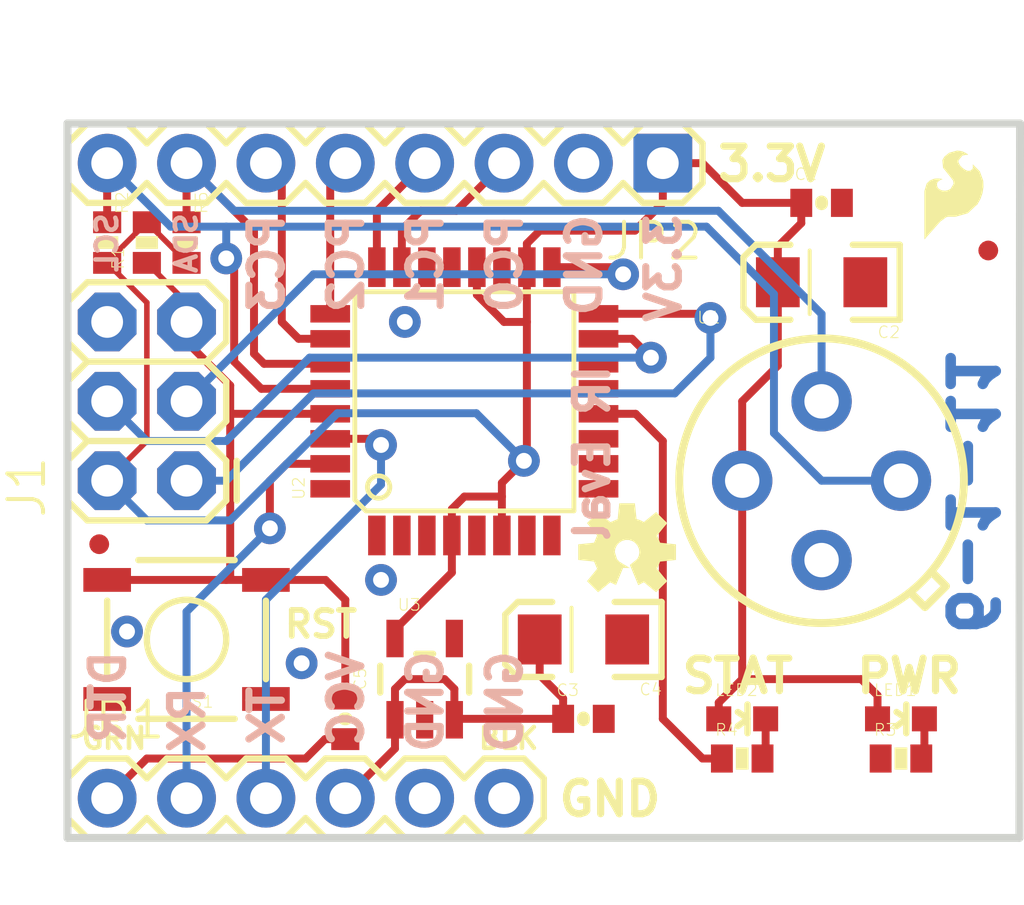
<source format=kicad_pcb>
(kicad_pcb (version 20211014) (generator pcbnew)
  (layers (0 "F.Cu" signal) (31 "B.Cu" signal) (34 "B.Paste" user) (35 "F.Paste" user) (36 "B.SilkS" user "B.Silkscreen") (37 "F.SilkS" user "F.Silkscreen") (38 "B.Mask" user) (39 "F.Mask" user) (44 "Edge.Cuts" user))
  (net 0 "")
  (net 1 "3.3V")
  (net 2 "SDA")
  (net 3 "SCL")
  (net 4 "N$2")
  (net 5 "N$3")
  (net 6 "GND")
  (net 7 "RX")
  (net 8 "TX")
  (net 9 "MISO")
  (net 10 "SCK")
  (net 11 "RST")
  (net 12 "MOSI")
  (net 13 "PC0")
  (net 14 "PC1")
  (net 15 "PC2")
  (net 16 "PC3")
  (net 17 "LED")
  (net 18 "VCC")
  (net 19 "DTR")
  (footprint "boardEagle:TQFP32-08" (layer "F.Cu") (at 145.9611 102.4636 90)
    (fp_text reference "U2" (at -3.175 -5.08 90) (layer "F.SilkS") (effects (font (size 0.373888 0.373888) (thickness 0.032512)) (justify left bottom)))
    (fp_text value "ATMEGA328")
    (fp_line (start -3.15 -3.505) (end 3.505 -3.505) (layer "F.SilkS") (width 0.1524))
    (fp_line (start -3.505 3.505) (end -3.505 -3.15) (layer "F.SilkS") (width 0.1524))
    (fp_line (start 3.505 3.505) (end -3.505 3.505) (layer "F.SilkS") (width 0.1524))
    (fp_line (start -3.15 -3.505) (end -3.505 -3.15) (layer "F.SilkS") (width 0.1524))
    (fp_line (start 3.505 -3.505) (end 3.505 3.505) (layer "F.SilkS") (width 0.1524))
    (fp_circle (center -2.7432 -2.7432) (end -2.384 -2.7432) (layer "F.SilkS") (width 0.1524) (fill none))
    (pad "1" smd rect (at -4.2926 -2.8 90) (size 1.27 0.5588) (layers "F.Cu" "F.Paste" "F.Mask"))
    (pad "2" smd rect (at -4.2926 -2 90) (size 1.27 0.5588) (layers "F.Cu" "F.Paste" "F.Mask"))
    (pad "3" smd rect (at -4.2926 -1.2 90) (size 1.27 0.5588) (layers "F.Cu" "F.Paste" "F.Mask") (net 6 "GND"))
    (pad "4" smd rect (at -4.2926 -0.4 90) (size 1.27 0.5588) (layers "F.Cu" "F.Paste" "F.Mask") (net 1 "3.3V"))
    (pad "5" smd rect (at -4.2926 0.4 90) (size 1.27 0.5588) (layers "F.Cu" "F.Paste" "F.Mask") (net 6 "GND"))
    (pad "6" smd rect (at -4.2926 1.2 90) (size 1.27 0.5588) (layers "F.Cu" "F.Paste" "F.Mask") (net 1 "3.3V"))
    (pad "7" smd rect (at -4.2926 2 90) (size 1.27 0.5588) (layers "F.Cu" "F.Paste" "F.Mask"))
    (pad "8" smd rect (at -4.2926 2.8 90) (size 1.27 0.5588) (layers "F.Cu" "F.Paste" "F.Mask"))
    (pad "9" smd rect (at -2.8 4.2926 90) (size 0.5588 1.27) (layers "F.Cu" "F.Paste" "F.Mask"))
    (pad "10" smd rect (at -2 4.2926 90) (size 0.5588 1.27) (layers "F.Cu" "F.Paste" "F.Mask"))
    (pad "11" smd rect (at -1.2 4.2926 90) (size 0.5588 1.27) (layers "F.Cu" "F.Paste" "F.Mask"))
    (pad "12" smd rect (at -0.4 4.2926 90) (size 0.5588 1.27) (layers "F.Cu" "F.Paste" "F.Mask") (net 17 "LED"))
    (pad "13" smd rect (at 0.4 4.2926 90) (size 0.5588 1.27) (layers "F.Cu" "F.Paste" "F.Mask"))
    (pad "14" smd rect (at 1.2 4.2926 90) (size 0.5588 1.27) (layers "F.Cu" "F.Paste" "F.Mask"))
    (pad "15" smd rect (at 2 4.2926 90) (size 0.5588 1.27) (layers "F.Cu" "F.Paste" "F.Mask") (net 12 "MOSI"))
    (pad "16" smd rect (at 2.8 4.2926 90) (size 0.5588 1.27) (layers "F.Cu" "F.Paste" "F.Mask") (net 9 "MISO"))
    (pad "17" smd rect (at 4.2926 2.8 90) (size 1.27 0.5588) (layers "F.Cu" "F.Paste" "F.Mask") (net 10 "SCK"))
    (pad "18" smd rect (at 4.2926 2 90) (size 1.27 0.5588) (layers "F.Cu" "F.Paste" "F.Mask") (net 1 "3.3V"))
    (pad "19" smd rect (at 4.2926 1.2 90) (size 1.27 0.5588) (layers "F.Cu" "F.Paste" "F.Mask"))
    (pad "20" smd rect (at 4.2926 0.4 90) (size 1.27 0.5588) (layers "F.Cu" "F.Paste" "F.Mask") (net 1 "3.3V"))
    (pad "21" smd rect (at 4.2926 -0.4 90) (size 1.27 0.5588) (layers "F.Cu" "F.Paste" "F.Mask") (net 6 "GND"))
    (pad "22" smd rect (at 4.2926 -1.2 90) (size 1.27 0.5588) (layers "F.Cu" "F.Paste" "F.Mask"))
    (pad "23" smd rect (at 4.2926 -2 90) (size 1.27 0.5588) (layers "F.Cu" "F.Paste" "F.Mask") (net 13 "PC0"))
    (pad "24" smd rect (at 4.2926 -2.8 90) (size 1.27 0.5588) (layers "F.Cu" "F.Paste" "F.Mask") (net 14 "PC1"))
    (pad "25" smd rect (at 2.8 -4.2926 90) (size 0.5588 1.27) (layers "F.Cu" "F.Paste" "F.Mask") (net 15 "PC2"))
    (pad "26" smd rect (at 2 -4.2926 90) (size 0.5588 1.27) (layers "F.Cu" "F.Paste" "F.Mask") (net 16 "PC3"))
    (pad "27" smd rect (at 1.2 -4.2926 90) (size 0.5588 1.27) (layers "F.Cu" "F.Paste" "F.Mask") (net 2 "SDA"))
    (pad "28" smd rect (at 0.4 -4.2926 90) (size 0.5588 1.27) (layers "F.Cu" "F.Paste" "F.Mask") (net 3 "SCL"))
    (pad "29" smd rect (at -0.4 -4.2926 90) (size 0.5588 1.27) (layers "F.Cu" "F.Paste" "F.Mask") (net 11 "RST"))
    (pad "30" smd rect (at -1.2 -4.2926 90) (size 0.5588 1.27) (layers "F.Cu" "F.Paste" "F.Mask") (net 8 "TX"))
    (pad "31" smd rect (at -2 -4.2926 90) (size 0.5588 1.27) (layers "F.Cu" "F.Paste" "F.Mask") (net 7 "RX"))
    (pad "32" smd rect (at -2.8 -4.2926 90) (size 0.5588 1.27) (layers "F.Cu" "F.Paste" "F.Mask"))
  )
  (footprint "boardEagle:TACTILE_SWITCH_SMD" (layer "F.Cu") (at 137.0711 110.0836 180)
    (fp_text reference "S1" (at -0.889 -1.778 180) (layer "F.SilkS") (effects (font (size 0.373888 0.373888) (thickness 0.032512)) (justify right top)))
    (fp_text value "Reset")
    (fp_line (start -2.54 1.24) (end -2.54 -1.27) (layer "F.SilkS") (width 0.2032))
    (fp_line (start -1.54 -2.54) (end 1.54 -2.54) (layer "F.SilkS") (width 0.2032))
    (fp_line (start 1.54 2.54) (end -1.54 2.54) (layer "F.SilkS") (width 0.2032))
    (fp_line (start 2.54 -1.24) (end 2.54 1.24) (layer "F.SilkS") (width 0.2032))
    (fp_circle (center 0 0) (end 1.27 0) (layer "F.SilkS") (width 0.2032) (fill none))
    (pad "1" smd rect (at -2.54 -1.905 270) (size 0.762 1.524) (layers "F.Cu" "F.Paste" "F.Mask") (net 6 "GND"))
    (pad "2" smd rect (at 2.54 -1.905 270) (size 0.762 1.524) (layers "F.Cu" "F.Paste" "F.Mask") (net 6 "GND"))
    (pad "3" smd rect (at -2.54 1.905 270) (size 0.762 1.524) (layers "F.Cu" "F.Paste" "F.Mask") (net 11 "RST"))
    (pad "4" smd rect (at 2.54 1.905 270) (size 0.762 1.524) (layers "F.Cu" "F.Paste" "F.Mask") (net 11 "RST"))
  )
  (footprint "boardEagle:FIDUCIAL-1X2.5" (layer "F.Cu") (at 134.2771 107.0356)
    (fp_text reference "JP3" hide)
    (fp_text value "FIDUCIAL1X2.5" hide)
    (pad "1" smd roundrect (at 0 0) (size 0.635 0.635) (layers "F.Cu" "F.Mask") (roundrect_rratio 0.5))
  )
  (footprint "boardEagle:0402-RES" (layer "F.Cu") (at 134.5311 97.3836 -90)
    (fp_text reference "R2" (at -0.889 -0.6985 -90) (layer "F.SilkS") (effects (font (size 0.373888 0.373888) (thickness 0.032512)) (justify left bottom)))
    (fp_text value "10k")
    (fp_poly (pts (xy -0.2032 0.3556) (xy 0.2032 0.3556) (xy 0.2032 -0.3556) (xy -0.2032 -0.3556)) (layer "F.SilkS") (width 0) (fill solid))
    (pad "1" smd rect (at -0.65 0 270) (size 0.7 0.9) (layers "F.Cu" "F.Paste" "F.Mask") (net 3 "SCL"))
    (pad "2" smd rect (at 0.65 0 270) (size 0.7 0.9) (layers "F.Cu" "F.Paste" "F.Mask") (net 1 "3.3V"))
  )
  (footprint "boardEagle:FIDUCIAL-1X2.5" (layer "F.Cu") (at 162.7251 97.6376)
    (fp_text reference "JP5" hide)
    (fp_text value "FIDUCIAL1X2.5" hide)
    (pad "1" smd roundrect (at 0 0) (size 0.635 0.635) (layers "F.Cu" "F.Mask") (roundrect_rratio 0.5))
  )
  (footprint "boardEagle:LED-0603" (layer "F.Cu") (at 159.9311 112.6236 -90)
    (fp_text reference "LED1" (at -0.6985 0.889) (layer "F.SilkS") (effects (font (size 0.373888 0.373888) (thickness 0.032512)) (justify left bottom)))
    (fp_text value "red")
    (fp_line (start -0.0254 -0.1546) (end -0.2184 0.14) (layer "F.SilkS") (width 0.2032))
    (fp_line (start 0.46 -0.17) (end 0 -0.17) (layer "F.SilkS") (width 0.2032))
    (fp_line (start 0 -0.17) (end 0.2338 0.14) (layer "F.SilkS") (width 0.2032))
    (fp_line (start -0.46 -0.17) (end 0 -0.17) (layer "F.SilkS") (width 0.2032))
    (pad "A" smd rect (at 0 0.75 270) (size 0.8 0.8) (layers "F.Cu" "F.Paste" "F.Mask") (net 1 "3.3V"))
    (pad "C" smd rect (at 0 -0.75 270) (size 0.8 0.8) (layers "F.Cu" "F.Paste" "F.Mask") (net 4 "N$2"))
  )
  (footprint "boardEagle:1X06" (layer "F.Cu") (at 134.5311 115.1636)
    (fp_text reference "JP1" (at -1.3462 -1.8288) (layer "F.SilkS") (effects (font (size 1.143 1.143) (thickness 0.127)) (justify left bottom)))
    (fp_text value "FTDI")
    (fp_line (start 5.715 1.27) (end 4.445 1.27) (layer "F.SilkS") (width 0.2032))
    (fp_line (start 8.255 -1.27) (end 8.89 -0.635) (layer "F.SilkS") (width 0.2032))
    (fp_line (start 12.065 1.27) (end 11.43 0.635) (layer "F.SilkS") (width 0.2032))
    (fp_line (start 13.97 -0.635) (end 13.97 0.635) (layer "F.SilkS") (width 0.2032))
    (fp_line (start 3.81 -0.635) (end 4.445 -1.27) (layer "F.SilkS") (width 0.2032))
    (fp_line (start 13.335 1.27) (end 12.065 1.27) (layer "F.SilkS") (width 0.2032))
    (fp_line (start -1.27 -0.635) (end -1.27 0.635) (layer "F.SilkS") (width 0.2032))
    (fp_line (start 1.905 -1.27) (end 3.175 -1.27) (layer "F.SilkS") (width 0.2032))
    (fp_line (start 13.335 -1.27) (end 13.97 -0.635) (layer "F.SilkS") (width 0.2032))
    (fp_line (start 9.525 -1.27) (end 10.795 -1.27) (layer "F.SilkS") (width 0.2032))
    (fp_line (start 1.905 1.27) (end 1.27 0.635) (layer "F.SilkS") (width 0.2032))
    (fp_line (start 0.635 -1.27) (end 1.27 -0.635) (layer "F.SilkS") (width 0.2032))
    (fp_line (start 12.065 -1.27) (end 13.335 -1.27) (layer "F.SilkS") (width 0.2032))
    (fp_line (start 11.43 0.635) (end 10.795 1.27) (layer "F.SilkS") (width 0.2032))
    (fp_line (start 4.445 -1.27) (end 5.715 -1.27) (layer "F.SilkS") (width 0.2032))
    (fp_line (start 6.985 -1.27) (end 8.255 -1.27) (layer "F.SilkS") (width 0.2032))
    (fp_line (start 10.795 1.27) (end 9.525 1.27) (layer "F.SilkS") (width 0.2032))
    (fp_line (start 8.89 -0.635) (end 9.525 -1.27) (layer "F.SilkS") (width 0.2032))
    (fp_line (start 8.89 0.635) (end 8.255 1.27) (layer "F.SilkS") (width 0.2032))
    (fp_line (start 6.35 0.635) (end 6.985 1.27) (layer "F.SilkS") (width 0.2032))
    (fp_line (start 0.635 1.27) (end -0.635 1.27) (layer "F.SilkS") (width 0.2032))
    (fp_line (start 4.445 1.27) (end 3.81 0.635) (layer "F.SilkS") (width 0.2032))
    (fp_line (start 9.525 1.27) (end 8.89 0.635) (layer "F.SilkS") (width 0.2032))
    (fp_line (start 11.43 -0.635) (end 12.065 -1.27) (layer "F.SilkS") (width 0.2032))
    (fp_line (start 13.97 0.635) (end 13.335 1.27) (layer "F.SilkS") (width 0.2032))
    (fp_line (start 5.715 -1.27) (end 6.35 -0.635) (layer "F.SilkS") (width 0.2032))
    (fp_line (start 3.81 0.635) (end 3.175 1.27) (layer "F.SilkS") (width 0.2032))
    (fp_line (start 6.35 0.635) (end 5.715 1.27) (layer "F.SilkS") (width 0.2032))
    (fp_line (start 3.175 -1.27) (end 3.81 -0.635) (layer "F.SilkS") (width 0.2032))
    (fp_line (start 1.27 -0.635) (end 1.905 -1.27) (layer "F.SilkS") (width 0.2032))
    (fp_line (start 1.27 0.635) (end 0.635 1.27) (layer "F.SilkS") (width 0.2032))
    (fp_line (start 6.985 -1.27) (end 6.35 -0.635) (layer "F.SilkS") (width 0.2032))
    (fp_line (start 8.255 1.27) (end 6.985 1.27) (layer "F.SilkS") (width 0.2032))
    (fp_line (start -0.635 -1.27) (end 0.635 -1.27) (layer "F.SilkS") (width 0.2032))
    (fp_line (start 10.795 -1.27) (end 11.43 -0.635) (layer "F.SilkS") (width 0.2032))
    (fp_line (start 3.175 1.27) (end 1.905 1.27) (layer "F.SilkS") (width 0.2032))
    (fp_line (start -0.635 -1.27) (end -1.27 -0.635) (layer "F.SilkS") (width 0.2032))
    (fp_line (start -1.27 0.635) (end -0.635 1.27) (layer "F.SilkS") (width 0.2032))
    (pad "1" thru_hole circle (at 0 0 90) (size 1.8796 1.8796) (drill 1.016) (layers *.Cu *.Mask) (net 19 "DTR"))
    (pad "2" thru_hole circle (at 2.54 0 90) (size 1.8796 1.8796) (drill 1.016) (layers *.Cu *.Mask) (net 7 "RX"))
    (pad "3" thru_hole circle (at 5.08 0 90) (size 1.8796 1.8796) (drill 1.016) (layers *.Cu *.Mask) (net 8 "TX"))
    (pad "4" thru_hole circle (at 7.62 0 90) (size 1.8796 1.8796) (drill 1.016) (layers *.Cu *.Mask) (net 18 "VCC"))
    (pad "5" thru_hole circle (at 10.16 0 90) (size 1.8796 1.8796) (drill 1.016) (layers *.Cu *.Mask) (net 6 "GND"))
    (pad "6" thru_hole circle (at 12.7 0 90) (size 1.8796 1.8796) (drill 1.016) (layers *.Cu *.Mask) (net 6 "GND"))
  )
  (footprint "boardEagle:0402-RES" (layer "F.Cu") (at 154.8511 113.8936)
    (fp_text reference "R4" (at -0.889 -0.6985) (layer "F.SilkS") (effects (font (size 0.373888 0.373888) (thickness 0.032512)) (justify left bottom)))
    (fp_text value "330")
    (fp_poly (pts (xy -0.2032 0.3556) (xy 0.2032 0.3556) (xy 0.2032 -0.3556) (xy -0.2032 -0.3556)) (layer "F.SilkS") (width 0) (fill solid))
    (pad "1" smd rect (at -0.65 0) (size 0.7 0.9) (layers "F.Cu" "F.Paste" "F.Mask") (net 17 "LED"))
    (pad "2" smd rect (at 0.65 0) (size 0.7 0.9) (layers "F.Cu" "F.Paste" "F.Mask") (net 5 "N$3"))
  )
  (footprint "boardEagle:EIA3216" (layer "F.Cu") (at 149.7711 110.0836 180)
    (fp_text reference "C4" (at -2.54 -1.381 180) (layer "F.SilkS") (effects (font (size 0.373888 0.373888) (thickness 0.032512)) (justify right top)))
    (fp_text value "10uF")
    (fp_line (start 2.5 -0.8) (end 2.1 -1.2) (layer "F.SilkS") (width 0.2032))
    (fp_line (start 0.381 -1.016) (end 0.381 1.016) (layer "F.SilkS") (width 0.127))
    (fp_line (start -2.5 1.2) (end -2.5 -1.2) (layer "F.SilkS") (width 0.2032))
    (fp_line (start 2.5 0.8) (end 2.5 -0.8) (layer "F.SilkS") (width 0.2032))
    (fp_line (start 2.1 1.2) (end 2.5 0.8) (layer "F.SilkS") (width 0.2032))
    (fp_line (start 1 1.2) (end 2.1 1.2) (layer "F.SilkS") (width 0.2032))
    (fp_line (start -2.5 -1.2) (end -1 -1.2) (layer "F.SilkS") (width 0.2032))
    (fp_line (start 2.1 -1.2) (end 1 -1.2) (layer "F.SilkS") (width 0.2032))
    (fp_line (start -1 1.2) (end -2.5 1.2) (layer "F.SilkS") (width 0.2032))
    (pad "A" smd rect (at 1.4 0 270) (size 1.6 1.4) (layers "F.Cu" "F.Paste" "F.Mask") (net 18 "VCC"))
    (pad "C" smd rect (at -1.4 0 270) (size 1.6 1.4) (layers "F.Cu" "F.Paste" "F.Mask") (net 6 "GND"))
  )
  (footprint "boardEagle:EIA3216" (layer "F.Cu") (at 157.3911 98.6536 180)
    (fp_text reference "C2" (at -2.54 -1.381 180) (layer "F.SilkS") (effects (font (size 0.373888 0.373888) (thickness 0.032512)) (justify right top)))
    (fp_text value "10uF")
    (fp_line (start 1 1.2) (end 2.1 1.2) (layer "F.SilkS") (width 0.2032))
    (fp_line (start -2.5 -1.2) (end -1 -1.2) (layer "F.SilkS") (width 0.2032))
    (fp_line (start 2.5 0.8) (end 2.5 -0.8) (layer "F.SilkS") (width 0.2032))
    (fp_line (start 2.5 -0.8) (end 2.1 -1.2) (layer "F.SilkS") (width 0.2032))
    (fp_line (start 2.1 -1.2) (end 1 -1.2) (layer "F.SilkS") (width 0.2032))
    (fp_line (start 0.381 -1.016) (end 0.381 1.016) (layer "F.SilkS") (width 0.127))
    (fp_line (start 2.1 1.2) (end 2.5 0.8) (layer "F.SilkS") (width 0.2032))
    (fp_line (start -1 1.2) (end -2.5 1.2) (layer "F.SilkS") (width 0.2032))
    (fp_line (start -2.5 1.2) (end -2.5 -1.2) (layer "F.SilkS") (width 0.2032))
    (pad "A" smd rect (at 1.4 0 270) (size 1.6 1.4) (layers "F.Cu" "F.Paste" "F.Mask") (net 1 "3.3V"))
    (pad "C" smd rect (at -1.4 0 270) (size 1.6 1.4) (layers "F.Cu" "F.Paste" "F.Mask") (net 6 "GND"))
  )
  (footprint "boardEagle:LED-0603" (layer "F.Cu") (at 154.8511 112.6236 -90)
    (fp_text reference "LED2" (at -0.6985 0.889) (layer "F.SilkS") (effects (font (size 0.373888 0.373888) (thickness 0.032512)) (justify left bottom)))
    (fp_text value "green")
    (fp_line (start -0.0254 -0.1546) (end -0.2184 0.14) (layer "F.SilkS") (width 0.2032))
    (fp_line (start 0 -0.17) (end 0.2338 0.14) (layer "F.SilkS") (width 0.2032))
    (fp_line (start 0.46 -0.17) (end 0 -0.17) (layer "F.SilkS") (width 0.2032))
    (fp_line (start -0.46 -0.17) (end 0 -0.17) (layer "F.SilkS") (width 0.2032))
    (pad "A" smd rect (at 0 0.75 270) (size 0.8 0.8) (layers "F.Cu" "F.Paste" "F.Mask") (net 1 "3.3V"))
    (pad "C" smd rect (at 0 -0.75 270) (size 0.8 0.8) (layers "F.Cu" "F.Paste" "F.Mask") (net 5 "N$3"))
  )
  (footprint "boardEagle:0402-CAP" (layer "F.Cu") (at 149.7711 112.6236)
    (fp_text reference "C3" (at -0.889 -0.6985) (layer "F.SilkS") (effects (font (size 0.373888 0.373888) (thickness 0.032512)) (justify left bottom)))
    (fp_text value "0.1uF")
    (fp_line (start 0 -0.0305) (end 0 0.0305) (layer "F.SilkS") (width 0.4064))
    (pad "1" smd rect (at -0.65 0) (size 0.7 0.9) (layers "F.Cu" "F.Paste" "F.Mask") (net 18 "VCC"))
    (pad "2" smd rect (at 0.65 0) (size 0.7 0.9) (layers "F.Cu" "F.Paste" "F.Mask") (net 6 "GND"))
  )
  (footprint "boardEagle:SFE-LOGO-FLAME" (layer "F.Cu") (at 160.6931 97.2566)
    (fp_text reference "JP4" hide)
    (fp_text value "LOGO-SFESK" hide)
    (fp_poly (pts (xy 1.126002 -2.808203) (xy 1.215449 -2.785829) (xy 1.228477 -2.780783) (xy 1.240149 -2.774875) (xy 1.25686 -2.766576) (xy 1.275552 -2.759834) (xy 1.371694 -2.7026) (xy 1.3793 -2.7026) (xy 1.3793 -2.6772) (xy 1.306833 -2.6772) (xy 1.208418 -2.657914) (xy 1.074855 -2.495286) (xy 1.079365 -2.436825) (xy 1.12809 -2.341869) (xy 1.204666 -2.265196) (xy 1.294069 -2.200638) (xy 1.369348 -2.168824) (xy 1.450737 -2.171632) (xy 1.458864 -2.174186) (xy 1.466257 -2.177389) (xy 1.530514 -2.236956) (xy 1.5368 -2.259812) (xy 1.5368 -2.377938) (xy 1.763707 -2.148127) (xy 1.868186 -1.856841) (xy 1.871603 -1.856894) (xy 1.87806 -1.650435) (xy 1.848857 -1.45742) (xy 1.785308 -1.272842) (xy 1.6663 -1.061578) (xy 1.6663 -1.080581) (xy 1.378131 -0.80901) (xy 0.982239 -0.6985) (xy 0.753005 -0.6985) (xy 0.716201 -0.692046) (xy 0.681776 -0.679592) (xy 0.496322 -0.541784) (xy -0.0126 0.03091) (xy -0.0126 -1.52077) (xy 0.060004 -1.761967) (xy 0.168295 -1.865489) (xy 0.307122 -1.917522) (xy 0.4039 -1.925089) (xy 0.499384 -1.917623) (xy 0.55991 -1.908099) (xy 0.557788 -1.884433) (xy 0.522216 -1.885242) (xy 0.501784 -1.876141) (xy 0.420519 -1.817154) (xy 0.400722 -1.79067) (xy 0.390395 -1.7285) (xy 0.400905 -1.665229) (xy 0.421405 -1.625174) (xy 0.452343 -1.592685) (xy 0.546535 -1.54355) (xy 0.652229 -1.531742) (xy 0.742768 -1.550084) (xy 0.82422 -1.589656) (xy 0.92203 -1.754659) (xy 0.907706 -1.848844) (xy 0.850914 -1.930401) (xy 0.584707 -2.263237) (xy 0.561667 -2.510855) (xy 0.627495 -2.621556) (xy 0.629042 -2.623103) (xy 0.778901 -2.74712) (xy 1.032676 -2.817064)) (layer "F.SilkS") (width 0) (fill solid))
  )
  (footprint "boardEagle:1X08" (layer "F.Cu") (at 152.3111 94.8436 180)
    (fp_text reference "JP2" (at -1.3462 -1.8288 180) (layer "F.SilkS") (effects (font (size 1.143 1.143) (thickness 0.127)) (justify right top)))
    (fp_text value "PORTC")
    (fp_line (start 4.445 1.27) (end 3.81 0.635) (layer "F.SilkS") (width 0.2032))
    (fp_line (start 6.35 0.635) (end 5.715 1.27) (layer "F.SilkS") (width 0.2032))
    (fp_line (start -1.27 -0.635) (end -1.27 0.635) (layer "F.SilkS") (width 0.2032))
    (fp_line (start 1.905 -1.27) (end 3.175 -1.27) (layer "F.SilkS") (width 0.2032))
    (fp_line (start 12.065 -1.27) (end 13.335 -1.27) (layer "F.SilkS") (width 0.2032))
    (fp_line (start 15.875 -1.27) (end 16.51 -0.635) (layer "F.SilkS") (width 0.2032))
    (fp_line (start 9.525 1.27) (end 8.89 0.635) (layer "F.SilkS") (width 0.2032))
    (fp_line (start 18.415 1.27) (end 17.145 1.27) (layer "F.SilkS") (width 0.2032))
    (fp_line (start 4.445 -1.27) (end 5.715 -1.27) (layer "F.SilkS") (width 0.2032))
    (fp_line (start 15.875 1.27) (end 14.605 1.27) (layer "F.SilkS") (width 0.2032))
    (fp_line (start 10.795 1.27) (end 9.525 1.27) (layer "F.SilkS") (width 0.2032))
    (fp_line (start 13.335 -1.27) (end 13.97 -0.635) (layer "F.SilkS") (width 0.2032))
    (fp_line (start 3.81 -0.635) (end 4.445 -1.27) (layer "F.SilkS") (width 0.2032))
    (fp_line (start 11.43 -0.635) (end 12.065 -1.27) (layer "F.SilkS") (width 0.2032))
    (fp_line (start 16.51 0.635) (end 17.145 1.27) (layer "F.SilkS") (width 0.2032))
    (fp_line (start 8.89 0.635) (end 8.255 1.27) (layer "F.SilkS") (width 0.2032))
    (fp_line (start 8.89 -0.635) (end 9.525 -1.27) (layer "F.SilkS") (width 0.2032))
    (fp_line (start 1.27 -0.635) (end 1.905 -1.27) (layer "F.SilkS") (width 0.2032))
    (fp_line (start 11.43 0.635) (end 10.795 1.27) (layer "F.SilkS") (width 0.2032))
    (fp_line (start 13.335 1.27) (end 12.065 1.27) (layer "F.SilkS") (width 0.2032))
    (fp_line (start 5.715 1.27) (end 4.445 1.27) (layer "F.SilkS") (width 0.2032))
    (fp_line (start 3.175 1.27) (end 1.905 1.27) (layer "F.SilkS") (width 0.2032))
    (fp_line (start 6.985 -1.27) (end 6.35 -0.635) (layer "F.SilkS") (width 0.2032))
    (fp_line (start 13.97 0.635) (end 14.605 1.27) (layer "F.SilkS") (width 0.2032))
    (fp_line (start 8.255 -1.27) (end 8.89 -0.635) (layer "F.SilkS") (width 0.2032))
    (fp_line (start 14.605 -1.27) (end 13.97 -0.635) (layer "F.SilkS") (width 0.2032))
    (fp_line (start 12.065 1.27) (end 11.43 0.635) (layer "F.SilkS") (width 0.2032))
    (fp_line (start 19.05 0.635) (end 18.415 1.27) (layer "F.SilkS") (width 0.2032))
    (fp_line (start 19.05 -0.635) (end 19.05 0.635) (layer "F.SilkS") (width 0.2032))
    (fp_line (start 9.525 -1.27) (end 10.795 -1.27) (layer "F.SilkS") (width 0.2032))
    (fp_line (start 8.255 1.27) (end 6.985 1.27) (layer "F.SilkS") (width 0.2032))
    (fp_line (start 17.145 -1.27) (end 16.51 -0.635) (layer "F.SilkS") (width 0.2032))
    (fp_line (start -1.27 0.635) (end -0.635 1.27) (layer "F.SilkS") (width 0.2032))
    (fp_line (start 18.415 -1.27) (end 19.05 -0.635) (layer "F.SilkS") (width 0.2032))
    (fp_line (start -0.635 -1.27) (end 0.635 -1.27) (layer "F.SilkS") (width 0.2032))
    (fp_line (start -0.635 -1.27) (end -1.27 -0.635) (layer "F.SilkS") (width 0.2032))
    (fp_line (start 14.605 -1.27) (end 15.875 -1.27) (layer "F.SilkS") (width 0.2032))
    (fp_line (start 1.27 0.635) (end 0.635 1.27) (layer "F.SilkS") (width 0.2032))
    (fp_line (start 0.635 1.27) (end -0.635 1.27) (layer "F.SilkS") (width 0.2032))
    (fp_line (start 6.985 -1.27) (end 8.255 -1.27) (layer "F.SilkS") (width 0.2032))
    (fp_line (start 1.905 1.27) (end 1.27 0.635) (layer "F.SilkS") (width 0.2032))
    (fp_line (start 17.145 -1.27) (end 18.415 -1.27) (layer "F.SilkS") (width 0.2032))
    (fp_line (start 16.51 0.635) (end 15.875 1.27) (layer "F.SilkS") (width 0.2032))
    (fp_line (start 5.715 -1.27) (end 6.35 -0.635) (layer "F.SilkS") (width 0.2032))
    (fp_line (start 0.635 -1.27) (end 1.27 -0.635) (layer "F.SilkS") (width 0.2032))
    (fp_line (start 10.795 -1.27) (end 11.43 -0.635) (layer "F.SilkS") (width 0.2032))
    (fp_line (start 6.35 0.635) (end 6.985 1.27) (layer "F.SilkS") (width 0.2032))
    (fp_line (start 3.175 -1.27) (end 3.81 -0.635) (layer "F.SilkS") (width 0.2032))
    (fp_line (start 3.81 0.635) (end 3.175 1.27) (layer "F.SilkS") (width 0.2032))
    (fp_line (start 13.97 0.635) (end 13.335 1.27) (layer "F.SilkS") (width 0.2032))
    (pad "1" thru_hole rect (at 0 0 270) (size 1.8796 1.8796) (drill 1.016) (layers *.Cu *.Mask) (net 1 "3.3V"))
    (pad "2" thru_hole circle (at 2.54 0 270) (size 1.8796 1.8796) (drill 1.016) (layers *.Cu *.Mask) (net 6 "GND"))
    (pad "3" thru_hole circle (at 5.08 0 270) (size 1.8796 1.8796) (drill 1.016) (layers *.Cu *.Mask) (net 13 "PC0"))
    (pad "4" thru_hole circle (at 7.62 0 270) (size 1.8796 1.8796) (drill 1.016) (layers *.Cu *.Mask) (net 14 "PC1"))
    (pad "5" thru_hole circle (at 10.16 0 270) (size 1.8796 1.8796) (drill 1.016) (layers *.Cu *.Mask) (net 15 "PC2"))
    (pad "6" thru_hole circle (at 12.7 0 270) (size 1.8796 1.8796) (drill 1.016) (layers *.Cu *.Mask) (net 16 "PC3"))
    (pad "7" thru_hole circle (at 15.24 0 270) (size 1.8796 1.8796) (drill 1.016) (layers *.Cu *.Mask) (net 2 "SDA"))
    (pad "8" thru_hole circle (at 17.78 0 270) (size 1.8796 1.8796) (drill 1.016) (layers *.Cu *.Mask) (net 3 "SCL"))
  )
  (footprint "boardEagle:0402-RES" (layer "F.Cu") (at 159.9311 113.8936)
    (fp_text reference "R3" (at -0.889 -0.6985) (layer "F.SilkS") (effects (font (size 0.373888 0.373888) (thickness 0.032512)) (justify left bottom)))
    (fp_text value "330")
    (fp_poly (pts (xy -0.2032 0.3556) (xy 0.2032 0.3556) (xy 0.2032 -0.3556) (xy -0.2032 -0.3556)) (layer "F.SilkS") (width 0) (fill solid))
    (pad "1" smd rect (at -0.65 0) (size 0.7 0.9) (layers "F.Cu" "F.Paste" "F.Mask") (net 6 "GND"))
    (pad "2" smd rect (at 0.65 0) (size 0.7 0.9) (layers "F.Cu" "F.Paste" "F.Mask") (net 4 "N$2"))
  )
  (footprint "boardEagle:OSHW-LOGO-S" (layer "F.Cu") (at 151.1681 107.2896)
    (fp_text reference "U$1" hide)
    (fp_text value "OSHW-LOGOS" hide)
    (fp_poly (pts (xy 0.301647 -1.061351) (xy 0.42347 -1.022344) (xy 0.537177 -0.963769) (xy 0.92862 -1.282946) (xy 1.282946 -0.92862) (xy 0.961035 -0.533823) (xy 1.057046 -0.302084) (xy 1.5638 -0.250561) (xy 1.5638 0.250561) (xy 1.057046 0.302084) (xy 0.961035 0.533823) (xy 1.282946 0.92862) (xy 0.92862 1.282946) (xy 0.537177 0.96377) (xy 0.356601 1.056794) (xy 0.088679 0.410073) (xy 0.326262 0.2176) (xy 0.373649 0.121468) (xy 0.392729 0.010339) (xy 0.379464 -0.101634) (xy 0.334947 -0.205229) (xy 0.262842 -0.291918) (xy 0.169087 -0.354561) (xy 0.061406 -0.387999) (xy -0.051342 -0.38948) (xy -0.159868 -0.358881) (xy -0.255234 -0.298724) (xy -0.329589 -0.213962) (xy -0.376813 -0.111569) (xy -0.392176 -0.005767) (xy -0.322923 0.222565) (xy -0.249312 0.303773) (xy 0.091677 0.5081) (xy -0.12929 0.5081) (xy -0.355332 1.053732) (xy -0.506597 0.983577) (xy -0.538922 0.965192) (xy -0.92862 1.282946) (xy -1.282946 0.92862) (xy -0.961035 0.533823) (xy -1.057046 0.302084) (xy -1.5638 0.250561) (xy -1.5638 -0.250561) (xy -1.057046 -0.302084) (xy -0.961035 -0.533823) (xy -1.282946 -0.92862) (xy -0.92862 -1.282946) (xy -0.533823 -0.961035) (xy -0.302084 -1.057046) (xy -0.250561 -1.5638) (xy 0.250561 -1.5638)) (layer "F.SilkS") (width 0) (fill solid))
  )
  (footprint "boardEagle:2X3" (layer "F.Cu") (at 137.0711 105.0036 90)
    (fp_text reference "J1" (at -1.27 -4.445 90) (layer "F.SilkS") (effects (font (size 1.143 1.143) (thickness 0.127)) (justify left bottom)))
    (fp_text value "AVR_SPI_PRG_6PTH")
    (fp_line (start 1.27 -3.175) (end 1.905 -3.81) (layer "F.SilkS") (width 0.2032))
    (fp_line (start 1.27 -3.175) (end 1.27 0.635) (layer "F.SilkS") (width 0.2032))
    (fp_line (start 3.175 -3.81) (end 3.81 -3.175) (layer "F.SilkS") (width 0.2032))
    (fp_line (start 0.635 1.605) (end -0.635 1.605) (layer "F.SilkS") (width 0.2032))
    (fp_line (start 3.81 -3.175) (end 3.81 0.635) (layer "F.SilkS") (width 0.2032))
    (fp_line (start 6.35 -3.175) (end 6.35 0.635) (layer "F.SilkS") (width 0.2032))
    (fp_line (start -1.27 -3.175) (end -0.635 -3.81) (layer "F.SilkS") (width 0.2032))
    (fp_line (start 5.715 -3.81) (end 6.35 -3.175) (layer "F.SilkS") (width 0.2032))
    (fp_line (start 3.81 0.635) (end 4.445 1.27) (layer "F.SilkS") (width 0.2032))
    (fp_line (start -1.27 0.635) (end -0.635 1.27) (layer "F.SilkS") (width 0.2032))
    (fp_line (start 1.905 -3.81) (end 3.175 -3.81) (layer "F.SilkS") (width 0.2032))
    (fp_line (start -0.635 -3.81) (end 0.635 -3.81) (layer "F.SilkS") (width 0.2032))
    (fp_line (start -0.635 1.27) (end 0.635 1.27) (layer "F.SilkS") (width 0.2032))
    (fp_line (start 1.905 1.27) (end 3.175 1.27) (layer "F.SilkS") (width 0.2032))
    (fp_line (start 5.715 1.27) (end 6.35 0.635) (layer "F.SilkS") (width 0.2032))
    (fp_line (start -1.27 0.635) (end -1.27 -3.175) (layer "F.SilkS") (width 0.2032))
    (fp_line (start 3.175 1.27) (end 3.81 0.635) (layer "F.SilkS") (width 0.2032))
    (fp_line (start 4.445 1.27) (end 5.715 1.27) (layer "F.SilkS") (width 0.2032))
    (fp_line (start 0.635 1.27) (end 1.27 0.635) (layer "F.SilkS") (width 0.2032))
    (fp_line (start 3.81 -3.175) (end 4.445 -3.81) (layer "F.SilkS") (width 0.2032))
    (fp_line (start 0.635 -3.81) (end 1.27 -3.175) (layer "F.SilkS") (width 0.2032))
    (fp_line (start 4.445 -3.81) (end 5.715 -3.81) (layer "F.SilkS") (width 0.2032))
    (fp_line (start 1.27 0.635) (end 1.905 1.27) (layer "F.SilkS") (width 0.2032))
    (pad "1" thru_hole roundrect (at 0 0 90) (size 1.8796 1.8796) (drill 1.016) (layers *.Cu *.Mask) (chamfer_ratio 0.2928932188) (chamfer top_left top_right bottom_left bottom_right) (net 9 "MISO"))
    (pad "2" thru_hole roundrect (at 0 -2.54 90) (size 1.8796 1.8796) (drill 1.016) (layers *.Cu *.Mask) (chamfer_ratio 0.2928932188) (chamfer top_left top_right bottom_left bottom_right) (net 1 "3.3V"))
    (pad "3" thru_hole roundrect (at 2.54 0 90) (size 1.8796 1.8796) (drill 1.016) (layers *.Cu *.Mask) (chamfer_ratio 0.2928932188) (chamfer top_left top_right bottom_left bottom_right) (net 10 "SCK"))
    (pad "4" thru_hole roundrect (at 2.54 -2.54 90) (size 1.8796 1.8796) (drill 1.016) (layers *.Cu *.Mask) (chamfer_ratio 0.2928932188) (chamfer top_left top_right bottom_left bottom_right) (net 12 "MOSI"))
    (pad "5" thru_hole roundrect (at 5.08 0 90) (size 1.8796 1.8796) (drill 1.016) (layers *.Cu *.Mask) (chamfer_ratio 0.2928932188) (chamfer top_left top_right bottom_left bottom_right) (net 11 "RST"))
    (pad "6" thru_hole roundrect (at 5.08 -2.54 90) (size 1.8796 1.8796) (drill 1.016) (layers *.Cu *.Mask) (chamfer_ratio 0.2928932188) (chamfer top_left top_right bottom_left bottom_right) (net 6 "GND"))
  )
  (footprint "boardEagle:0402-CAP" (layer "F.Cu") (at 142.1511 112.6236 -90)
    (fp_text reference "C5" (at -0.889 -0.6985 -90) (layer "F.SilkS") (effects (font (size 0.373888 0.373888) (thickness 0.032512)) (justify left bottom)))
    (fp_text value "0.1uF")
    (fp_line (start 0 -0.0305) (end 0 0.0305) (layer "F.SilkS") (width 0.4064))
    (pad "1" smd rect (at -0.65 0 270) (size 0.7 0.9) (layers "F.Cu" "F.Paste" "F.Mask") (net 11 "RST"))
    (pad "2" smd rect (at 0.65 0 270) (size 0.7 0.9) (layers "F.Cu" "F.Paste" "F.Mask") (net 19 "DTR"))
  )
  (footprint "boardEagle:0402-RES" (layer "F.Cu") (at 137.0711 97.3836 -90)
    (fp_text reference "R5" (at -0.889 -0.6985 -90) (layer "F.SilkS") (effects (font (size 0.373888 0.373888) (thickness 0.032512)) (justify left bottom)))
    (fp_text value "10k")
    (fp_poly (pts (xy -0.2032 0.3556) (xy 0.2032 0.3556) (xy 0.2032 -0.3556) (xy -0.2032 -0.3556)) (layer "F.SilkS") (width 0) (fill solid))
    (pad "1" smd rect (at -0.65 0 270) (size 0.7 0.9) (layers "F.Cu" "F.Paste" "F.Mask") (net 2 "SDA"))
    (pad "2" smd rect (at 0.65 0 270) (size 0.7 0.9) (layers "F.Cu" "F.Paste" "F.Mask") (net 1 "3.3V"))
  )
  (footprint "boardEagle:0402-CAP" (layer "F.Cu") (at 157.3911 96.1136)
    (fp_text reference "C1" (at -0.889 -0.6985) (layer "F.SilkS") (effects (font (size 0.373888 0.373888) (thickness 0.032512)) (justify left bottom)))
    (fp_text value "0.1uF")
    (fp_line (start 0 -0.0305) (end 0 0.0305) (layer "F.SilkS") (width 0.4064))
    (pad "1" smd rect (at -0.65 0) (size 0.7 0.9) (layers "F.Cu" "F.Paste" "F.Mask") (net 1 "3.3V"))
    (pad "2" smd rect (at 0.65 0) (size 0.7 0.9) (layers "F.Cu" "F.Paste" "F.Mask") (net 6 "GND"))
  )
  (footprint "boardEagle:TO-39" (layer "F.Cu") (at 157.3911 105.0036)
    (fp_text reference "U1" (at -4 -5) (layer "F.SilkS") (effects (font (size 0.373888 0.373888) (thickness 0.032512)) (justify left bottom)))
    (fp_text value "MLX90614_")
    (fp_line (start 3.5207 2.9137) (end 3.9449 3.3378) (layer "F.SilkS") (width 0.254))
    (fp_line (start 3.9803 3.3732) (end 3.3085 4.0449) (layer "F.SilkS") (width 0.254))
    (fp_line (start 2.8489 3.5853) (end 3.2732 4.0096) (layer "F.SilkS") (width 0.254))
    (fp_circle (center 0 0) (end 4.5543 0) (layer "F.SilkS") (width 0.254) (fill none))
    (pad "1" thru_hole circle (at 2.54 0) (size 1.9304 1.9304) (drill 1.1) (layers *.Cu) (net 3 "SCL"))
    (pad "2" thru_hole circle (at 0 -2.54) (size 1.9304 1.9304) (drill 1.1) (layers *.Cu) (net 2 "SDA"))
    (pad "3" thru_hole circle (at -2.54 0) (size 1.9304 1.9304) (drill 1.1) (layers *.Cu) (net 1 "3.3V"))
    (pad "4" thru_hole circle (at 0 2.54) (size 1.9304 1.9304) (drill 1.1) (layers *.Cu) (net 6 "GND"))
  )
  (footprint "boardEagle:SOT23-5" (layer "F.Cu") (at 144.6911 111.3536)
    (fp_text reference "U3" (at -0.889 -2.159) (layer "F.SilkS") (effects (font (size 0.373888 0.373888) (thickness 0.032512)) (justify left bottom)))
    (fp_text value "3.3V_REG")
    (fp_line (start -1.4224 0.4294) (end -1.4224 -0.4294) (layer "F.SilkS") (width 0.2032))
    (fp_line (start 1.4224 -0.4294) (end 1.4224 0.4294) (layer "F.SilkS") (width 0.2032))
    (fp_line (start -0.2684 -0.8104) (end 0.2684 -0.8104) (layer "F.SilkS") (width 0.2032))
    (pad "1" smd rect (at -0.95 1.3001) (size 0.55 1.2) (layers "F.Cu" "F.Paste" "F.Mask") (net 18 "VCC"))
    (pad "2" smd rect (at 0 1.3001) (size 0.55 1.2) (layers "F.Cu" "F.Paste" "F.Mask") (net 6 "GND"))
    (pad "3" smd rect (at 0.95 1.3001) (size 0.55 1.2) (layers "F.Cu" "F.Paste" "F.Mask") (net 18 "VCC"))
    (pad "4" smd rect (at 0.95 -1.3001) (size 0.55 1.2) (layers "F.Cu" "F.Paste" "F.Mask"))
    (pad "5" smd rect (at -0.95 -1.3001) (size 0.55 1.2) (layers "F.Cu" "F.Paste" "F.Mask") (net 1 "3.3V"))
  )
  (footprint "boardEagle:0402-RES" (layer "F.Cu") (at 135.8011 97.3836 90)
    (fp_text reference "R1" (at -0.889 -0.6985 90) (layer "F.SilkS") (effects (font (size 0.373888 0.373888) (thickness 0.032512)) (justify left bottom)))
    (fp_text value "10k")
    (fp_poly (pts (xy -0.2032 0.3556) (xy 0.2032 0.3556) (xy 0.2032 -0.3556) (xy -0.2032 -0.3556)) (layer "F.SilkS") (width 0) (fill solid))
    (pad "1" smd rect (at -0.65 0 90) (size 0.7 0.9) (layers "F.Cu" "F.Paste" "F.Mask") (net 11 "RST"))
    (pad "2" smd rect (at 0.65 0 90) (size 0.7 0.9) (layers "F.Cu" "F.Paste" "F.Mask") (net 1 "3.3V"))
  )
  (gr_line (start 133.2611 93.5736) (end 133.2611 116.4336) (layer "Edge.Cuts") (width 0.254))
  (gr_line (start 163.7211 116.4336) (end 163.7411 93.5736) (layer "Edge.Cuts") (width 0.254))
  (gr_line (start 163.7411 93.5736) (end 133.2611 93.5736) (layer "Edge.Cuts") (width 0.254))
  (gr_line (start 133.2611 116.4336) (end 163.7211 116.4336) (layer "Edge.Cuts") (width 0.254))
  (gr_text "6-1-11" (at 161.3281 110.0836 -90) (layer "B.Cu") (effects (font (size 1.44018 1.44018) (thickness 0.33782)) (justify left bottom mirror)))
  (gr_text "RX" (at 137.7061 111.4806 -270) (layer "B.SilkS") (effects (font (size 1.0414 1.0414) (thickness 0.2286)) (justify left bottom mirror)))
  (gr_text "DTR" (at 135.1661 110.3376 -270) (layer "B.SilkS") (effects (font (size 1.0414 1.0414) (thickness 0.2286)) (justify left bottom mirror)))
  (gr_text "PC3" (at 140.2461 96.3676 -270) (layer "B.SilkS") (effects (font (size 1.0414 1.0414) (thickness 0.2286)) (justify left bottom mirror)))
  (gr_text "SCL" (at 134.9121 96.3676 -270) (layer "B.SilkS") (effects (font (size 0.666496 0.666496) (thickness 0.146304)) (justify left bottom mirror)))
  (gr_text "SDA" (at 137.4521 96.3676 -270) (layer "B.SilkS") (effects (font (size 0.666496 0.666496) (thickness 0.146304)) (justify left bottom mirror)))
  (gr_text "GND" (at 145.3261 110.3376 -270) (layer "B.SilkS") (effects (font (size 1.0414 1.0414) (thickness 0.2286)) (justify left bottom mirror)))
  (gr_text "PC2" (at 142.7861 96.3676 -270) (layer "B.SilkS") (effects (font (size 1.0414 1.0414) (thickness 0.2286)) (justify left bottom mirror)))
  (gr_text "3.3V" (at 152.9461 96.3676 -270) (layer "B.SilkS") (effects (font (size 1.0414 1.0414) (thickness 0.2286)) (justify left bottom mirror)))
  (gr_text "PC1" (at 145.3261 96.3676 -270) (layer "B.SilkS") (effects (font (size 1.0414 1.0414) (thickness 0.2286)) (justify left bottom mirror)))
  (gr_text "IR Eval" (at 150.6601 101.1936 -270) (layer "B.SilkS") (effects (font (size 1.0414 1.0414) (thickness 0.2286)) (justify left bottom mirror)))
  (gr_text "GND" (at 150.4061 96.3676 -270) (layer "B.SilkS") (effects (font (size 1.0414 1.0414) (thickness 0.2286)) (justify left bottom mirror)))
  (gr_text "PC0" (at 147.8661 96.3676 -270) (layer "B.SilkS") (effects (font (size 1.0414 1.0414) (thickness 0.2286)) (justify left bottom mirror)))
  (gr_text "TX" (at 140.2461 111.4806 -270) (layer "B.SilkS") (effects (font (size 1.0414 1.0414) (thickness 0.2286)) (justify left bottom mirror)))
  (gr_text "GND" (at 147.8661 110.3376 -270) (layer "B.SilkS") (effects (font (size 1.0414 1.0414) (thickness 0.2286)) (justify left bottom mirror)))
  (gr_text "VCC" (at 142.7861 110.3376 -270) (layer "B.SilkS") (effects (font (size 1.0414 1.0414) (thickness 0.2286)) (justify left bottom mirror)))
  (gr_text "GRN" (at 133.6421 113.6396) (layer "F.SilkS") (effects (font (size 0.666496 0.666496) (thickness 0.146304)) (justify left bottom)))
  (gr_text "GND" (at 148.8821 115.7986) (layer "F.SilkS") (effects (font (size 1.0414 1.0414) (thickness 0.2286)) (justify left bottom)))
  (gr_text "STAT" (at 152.8191 111.8616) (layer "F.SilkS") (effects (font (size 1.0414 1.0414) (thickness 0.2286)) (justify left bottom)))
  (gr_text "BLK" (at 146.3421 113.6396) (layer "F.SilkS") (effects (font (size 0.666496 0.666496) (thickness 0.146304)) (justify left bottom)))
  (gr_text "RST" (at 140.1191 110.0836) (layer "F.SilkS") (effects (font (size 0.83312 0.83312) (thickness 0.18288)) (justify left bottom)))
  (gr_text "PWR" (at 158.4071 111.8616) (layer "F.SilkS") (effects (font (size 1.0414 1.0414) (thickness 0.2286)) (justify left bottom)))
  (gr_text "3.3V" (at 153.9621 95.4786) (layer "F.SilkS") (effects (font (size 1.0414 1.0414) (thickness 0.2286)) (justify left bottom)))
  (segment (start 145.5611 106.7562) (end 145.5611 107.9436) (width 0.254) (layer "F.Cu") (net 1))
  (segment (start 152.3111 96.1136) (end 152.3111 94.8436) (width 0.254) (layer "F.Cu") (net 1))
  (segment (start 147.1611 105.0736) (end 147.1611 105.5116) (width 0.254) (layer "F.Cu") (net 1))
  (segment (start 145.5611 107.9436) (end 143.7411 109.7636) (width 0.254) (layer "F.Cu") (net 1))
  (segment (start 152.3111 94.8436) (end 153.5811 94.8436) (width 0.254) (layer "F.Cu") (net 1))
  (segment (start 154.8511 111.3536) (end 154.1011 112.1036) (width 0.254) (layer "F.Cu") (net 1))
  (segment (start 147.8661 104.3686) (end 147.9611 104.2736) (width 0.254) (layer "F.Cu") (net 1))
  (segment (start 135.8011 96.7336) (end 137.0711 98.0036) (width 0.1778) (layer "F.Cu") (net 1))
  (segment (start 147.9611 99.9236) (end 147.9611 98.171) (width 0.254) (layer "F.Cu") (net 1))
  (segment (start 159.1811 111.8736) (end 159.1811 112.6236) (width 0.254) (layer "F.Cu") (net 1))
  (segment (start 135.8011 103.7336) (end 135.8011 99.3036) (width 0.1778) (layer "F.Cu") (net 1))
  (segment (start 134.5311 105.0036) (end 135.8011 103.7336) (width 0.1778) (layer "F.Cu") (net 1))
  (segment (start 147.9611 97.4156) (end 148.3741 97.0026) (width 0.254) (layer "F.Cu") (net 1))
  (segment (start 154.1011 112.1036) (end 154.1011 112.6236) (width 0.254) (layer "F.Cu") (net 1))
  (segment (start 155.9911 101.3236) (end 154.8511 102.4636) (width 0.254) (layer "F.Cu") (net 1))
  (segment (start 145.5611 105.9116) (end 145.5611 106.7562) (width 0.254) (layer "F.Cu") (net 1))
  (segment (start 134.5311 98.0036) (end 135.8011 96.7336) (width 0.1778) (layer "F.Cu") (net 1))
  (segment (start 156.7411 96.1136) (end 156.7411 96.7636) (width 0.254) (layer "F.Cu") (net 1))
  (segment (start 147.9611 98.171) (end 147.9611 97.4156) (width 0.254) (layer "F.Cu") (net 1))
  (segment (start 158.6611 111.3536) (end 159.1811 111.8736) (width 0.254) (layer "F.Cu") (net 1))
  (segment (start 147.8661 104.3686) (end 147.1611 105.0736) (width 0.254) (layer "F.Cu") (net 1))
  (segment (start 147.1611 105.5116) (end 147.1611 106.7562) (width 0.254) (layer "F.Cu") (net 1))
  (segment (start 154.8511 105.0036) (end 154.8511 111.3536) (width 0.254) (layer "F.Cu") (net 1))
  (segment (start 145.9611 105.5116) (end 145.5611 105.9116) (width 0.254) (layer "F.Cu") (net 1))
  (segment (start 155.9911 97.5136) (end 155.9911 98.6536) (width 0.254) (layer "F.Cu") (net 1))
  (segment (start 154.8511 96.1136) (end 156.7411 96.1136) (width 0.254) (layer "F.Cu") (net 1))
  (segment (start 137.0711 98.0036) (end 137.0711 98.0336) (width 0.254) (layer "F.Cu") (net 1))
  (segment (start 154.8511 111.3536) (end 158.6611 111.3536) (width 0.254) (layer "F.Cu") (net 1))
  (segment (start 143.7411 109.7636) (end 143.7411 110.0535) (width 0.254) (layer "F.Cu") (net 1))
  (segment (start 146.3611 99.0536) (end 146.3611 98.171) (width 0.254) (layer "F.Cu") (net 1))
  (segment (start 147.9611 99.9236) (end 147.2311 99.9236) (width 0.254) (layer "F.Cu") (net 1))
  (segment (start 135.8011 99.3036) (end 134.5311 98.0336) (width 0.1778) (layer "F.Cu") (net 1))
  (segment (start 155.9911 98.6536) (end 155.9911 101.3236) (width 0.254) (layer "F.Cu") (net 1))
  (segment (start 148.3741 97.0026) (end 151.4221 97.0026) (width 0.254) (layer "F.Cu") (net 1))
  (segment (start 156.7411 96.7636) (end 155.9911 97.5136) (width 0.254) (layer "F.Cu") (net 1))
  (segment (start 147.9611 104.2736) (end 147.9611 99.9236) (width 0.254) (layer "F.Cu") (net 1))
  (segment (start 153.5811 94.8436) (end 154.8511 96.1136) (width 0.254) (layer "F.Cu") (net 1))
  (segment (start 147.2311 99.9236) (end 146.3611 99.0536) (width 0.254) (layer "F.Cu") (net 1))
  (segment (start 147.1611 105.5116) (end 145.9611 105.5116) (width 0.254) (layer "F.Cu") (net 1))
  (segment (start 151.4221 97.0026) (end 152.3111 96.1136) (width 0.254) (layer "F.Cu") (net 1))
  (segment (start 134.5311 98.0336) (end 134.5311 98.0036) (width 0.254) (layer "F.Cu") (net 1))
  (segment (start 154.8511 102.4636) (end 154.8511 105.0036) (width 0.254) (layer "F.Cu") (net 1))
  (via (at 147.8661 104.3686) (size 1.016) (drill 0.508) (layers "F.Cu" "B.Cu") (net 1))
  (segment (start 141.8971 102.8446) (end 146.3421 102.8446) (width 0.254) (layer "B.Cu") (net 1))
  (segment (start 146.3421 102.8446) (end 147.8661 104.3686) (width 0.254) (layer "B.Cu") (net 1))
  (segment (start 134.5311 105.0036) (end 135.8011 106.2736) (width 0.254) (layer "B.Cu") (net 1))
  (segment (start 138.4681 106.2736) (end 141.8971 102.8446) (width 0.254) (layer "B.Cu") (net 1))
  (segment (start 135.8011 106.2736) (end 138.4681 106.2736) (width 0.254) (layer "B.Cu") (net 1))
  (segment (start 139.2301 97.0026) (end 137.0711 94.8436) (width 0.254) (layer "F.Cu") (net 2))
  (segment (start 139.2301 100.9396) (end 139.2301 97.0026) (width 0.254) (layer "F.Cu") (net 2))
  (segment (start 139.5541 101.2636) (end 141.6685 101.2636) (width 0.254) (layer "F.Cu") (net 2))
  (segment (start 137.0711 94.8436) (end 137.0711 96.7336) (width 0.254) (layer "F.Cu") (net 2))
  (segment (start 139.5541 101.2636) (end 139.2301 100.9396) (width 0.254) (layer "F.Cu") (net 2))
  (segment (start 137.0711 94.8436) (end 138.5951 96.3676) (width 0.254) (layer "B.Cu") (net 2))
  (segment (start 157.3911 99.6696) (end 157.3911 102.4636) (width 0.254) (layer "B.Cu") (net 2))
  (segment (start 154.0891 96.3676) (end 157.3911 99.6696) (width 0.254) (layer "B.Cu") (net 2))
  (segment (start 138.5951 96.3676) (end 154.0891 96.3676) (width 0.254) (layer "B.Cu") (net 2))
  (segment (start 134.5311 96.7336) (end 134.5311 94.8436) (width 0.254) (layer "F.Cu") (net 3))
  (segment (start 138.5951 98.1456) (end 138.5951 101.1936) (width 0.254) (layer "F.Cu") (net 3))
  (segment (start 138.5951 101.1936) (end 139.4651 102.0636) (width 0.254) (layer "F.Cu") (net 3))
  (segment (start 138.3411 97.8916) (end 138.5951 98.1456) (width 0.254) (layer "F.Cu") (net 3))
  (segment (start 139.4651 102.0636) (end 141.6685 102.0636) (width 0.254) (layer "F.Cu") (net 3))
  (via (at 138.3411 97.8916) (size 1.016) (drill 0.508) (layers "F.Cu" "B.Cu") (net 3))
  (segment (start 155.8671 99.0346) (end 155.8671 103.4796) (width 0.254) (layer "B.Cu") (net 3))
  (segment (start 136.5631 96.8756) (end 138.3411 96.8756) (width 0.254) (layer "B.Cu") (net 3))
  (segment (start 157.3911 105.0036) (end 159.9311 105.0036) (width 0.254) (layer "B.Cu") (net 3))
  (segment (start 134.5311 94.8436) (end 136.5631 96.8756) (width 0.254) (layer "B.Cu") (net 3))
  (segment (start 155.8671 103.4796) (end 157.3911 105.0036) (width 0.254) (layer "B.Cu") (net 3))
  (segment (start 138.3411 96.8756) (end 138.3411 97.8916) (width 0.254) (layer "B.Cu") (net 3))
  (segment (start 153.7081 96.8756) (end 155.8671 99.0346) (width 0.254) (layer "B.Cu") (net 3))
  (segment (start 138.3411 96.8756) (end 153.7081 96.8756) (width 0.254) (layer "B.Cu") (net 3))
  (segment (start 160.6811 112.6236) (end 160.6811 113.7936) (width 0.254) (layer "F.Cu") (net 4))
  (segment (start 160.6811 113.7936) (end 160.5811 113.8936) (width 0.254) (layer "F.Cu") (net 4))
  (segment (start 155.6011 112.6236) (end 155.6011 113.7936) (width 0.254) (layer "F.Cu") (net 5))
  (segment (start 155.6011 113.7936) (end 155.5011 113.8936) (width 0.254) (layer "F.Cu") (net 5))
  (via (at 144.0561 99.9236) (size 1.016) (drill 0.508) (layers "F.Cu" "B.Cu") (net 6))
  (via (at 140.7541 110.8456) (size 1.016) (drill 0.508) (layers "F.Cu" "B.Cu") (net 6))
  (via (at 135.1661 109.8296) (size 1.016) (drill 0.508) (layers "F.Cu" "B.Cu") (net 6))
  (via (at 143.2941 108.1786) (size 1.016) (drill 0.508) (layers "F.Cu" "B.Cu") (net 6))
  (segment (start 139.7381 105.0036) (end 140.2781 104.4636) (width 0.254) (layer "F.Cu") (net 7))
  (segment (start 140.2781 104.4636) (end 141.6685 104.4636) (width 0.254) (layer "F.Cu") (net 7))
  (segment (start 139.7381 106.5276) (end 139.7381 105.0036) (width 0.254) (layer "F.Cu") (net 7))
  (via (at 139.7381 106.5276) (size 1.016) (drill 0.508) (layers "F.Cu" "B.Cu") (net 7))
  (segment (start 137.0711 115.1636) (end 137.0711 109.1946) (width 0.254) (layer "B.Cu") (net 7))
  (segment (start 137.0711 109.1946) (end 139.7381 106.5276) (width 0.254) (layer "B.Cu") (net 7))
  (segment (start 143.0971 103.6636) (end 141.6685 103.6636) (width 0.254) (layer "F.Cu") (net 8))
  (segment (start 143.2941 103.8606) (end 143.0971 103.6636) (width 0.254) (layer "F.Cu") (net 8))
  (via (at 143.2941 103.8606) (size 1.016) (drill 0.508) (layers "F.Cu" "B.Cu") (net 8))
  (segment (start 139.6111 108.8136) (end 143.2941 105.1306) (width 0.254) (layer "B.Cu") (net 8))
  (segment (start 139.6111 115.1636) (end 139.6111 108.8136) (width 0.254) (layer "B.Cu") (net 8))
  (segment (start 143.2941 105.1306) (end 143.2941 103.8606) (width 0.254) (layer "B.Cu") (net 8))
  (segment (start 153.7021 99.6636) (end 150.2537 99.6636) (width 0.254) (layer "F.Cu") (net 9))
  (segment (start 153.8351 99.7966) (end 153.7021 99.6636) (width 0.254) (layer "F.Cu") (net 9))
  (via (at 153.8351 99.7966) (size 1.016) (drill 0.508) (layers "F.Cu" "B.Cu") (net 9))
  (segment (start 137.0711 105.0036) (end 138.3411 105.0036) (width 0.254) (layer "B.Cu") (net 9))
  (segment (start 141.1351 102.2096) (end 152.6921 102.2096) (width 0.254) (layer "B.Cu") (net 9))
  (segment (start 152.6921 102.2096) (end 153.8351 101.0666) (width 0.254) (layer "B.Cu") (net 9))
  (segment (start 153.8351 101.0666) (end 153.8351 99.7966) (width 0.254) (layer "B.Cu") (net 9))
  (segment (start 138.3411 105.0036) (end 141.1351 102.2096) (width 0.254) (layer "B.Cu") (net 9))
  (segment (start 150.8125 98.171) (end 148.7611 98.171) (width 0.254) (layer "F.Cu") (net 10))
  (segment (start 151.0411 98.3996) (end 150.8125 98.171) (width 0.254) (layer "F.Cu") (net 10))
  (via (at 151.0411 98.3996) (size 1.016) (drill 0.508) (layers "F.Cu" "B.Cu") (net 10))
  (segment (start 137.0711 102.4636) (end 141.1351 98.3996) (width 0.254) (layer "B.Cu") (net 10))
  (segment (start 141.1351 98.3996) (end 151.0411 98.3996) (width 0.254) (layer "B.Cu") (net 10))
  (segment (start 137.0711 100.5586) (end 137.0711 99.9236) (width 0.254) (layer "F.Cu") (net 11))
  (segment (start 134.5311 108.1786) (end 138.3411 108.1786) (width 0.254) (layer "F.Cu") (net 11))
  (segment (start 138.4681 101.9556) (end 137.0711 100.5586) (width 0.254) (layer "F.Cu") (net 11))
  (segment (start 141.5161 108.1786) (end 142.1511 108.8136) (width 0.254) (layer "F.Cu") (net 11))
  (segment (start 137.0711 99.9236) (end 137.0711 99.3036) (width 0.1778) (layer "F.Cu") (net 11))
  (segment (start 138.4681 102.8446) (end 138.4681 101.9556) (width 0.254) (layer "F.Cu") (net 11))
  (segment (start 138.4871 102.8636) (end 141.6685 102.8636) (width 0.254) (layer "F.Cu") (net 11))
  (segment (start 138.3411 108.1786) (end 138.4681 108.0516) (width 0.254) (layer "F.Cu") (net 11))
  (segment (start 138.4681 108.0516) (end 138.4681 102.8446) (width 0.254) (layer "F.Cu") (net 11))
  (segment (start 142.1511 108.8136) (end 142.1511 111.9736) (width 0.254) (layer "F.Cu") (net 11))
  (segment (start 138.3411 108.1786) (end 139.6111 108.1786) (width 0.254) (layer "F.Cu") (net 11))
  (segment (start 137.0711 99.3036) (end 135.8011 98.0336) (width 0.1778) (layer "F.Cu") (net 11))
  (segment (start 139.6111 108.1786) (end 141.5161 108.1786) (width 0.254) (layer "F.Cu") (net 11))
  (segment (start 138.4681 102.8446) (end 138.4871 102.8636) (width 0.254) (layer "F.Cu") (net 11))
  (segment (start 151.3271 100.4636) (end 150.2537 100.4636) (width 0.254) (layer "F.Cu") (net 12))
  (segment (start 151.9301 101.0666) (end 151.3271 100.4636) (width 0.254) (layer "F.Cu") (net 12))
  (via (at 151.9301 101.0666) (size 1.016) (drill 0.508) (layers "F.Cu" "B.Cu") (net 12))
  (segment (start 134.5311 102.4636) (end 135.8011 103.7336) (width 0.254) (layer "B.Cu") (net 12))
  (segment (start 138.3411 103.7336) (end 141.0081 101.0666) (width 0.254) (layer "B.Cu") (net 12))
  (segment (start 141.0081 101.0666) (end 151.9301 101.0666) (width 0.254) (layer "B.Cu") (net 12))
  (segment (start 135.8011 103.7336) (end 138.3411 103.7336) (width 0.254) (layer "B.Cu") (net 12))
  (segment (start 143.9611 98.171) (end 143.9611 96.9706) (width 0.254) (layer "F.Cu") (net 13))
  (segment (start 145.7071 96.3676) (end 147.2311 94.8436) (width 0.254) (layer "F.Cu") (net 13))
  (segment (start 144.5641 96.3676) (end 145.7071 96.3676) (width 0.254) (layer "F.Cu") (net 13))
  (segment (start 143.9611 96.9706) (end 144.5641 96.3676) (width 0.254) (layer "F.Cu") (net 13))
  (segment (start 143.1611 96.3736) (end 144.6911 94.8436) (width 0.254) (layer "F.Cu") (net 14))
  (segment (start 143.1611 98.171) (end 143.1611 96.3736) (width 0.254) (layer "F.Cu") (net 14))
  (segment (start 141.6685 95.3262) (end 142.1511 94.8436) (width 0.254) (layer "F.Cu") (net 15))
  (segment (start 141.6685 99.6636) (end 141.6685 95.3262) (width 0.254) (layer "F.Cu") (net 15))
  (segment (start 140.1191 99.9236) (end 140.1191 95.3516) (width 0.254) (layer "F.Cu") (net 16))
  (segment (start 140.1191 95.3516) (end 139.6111 94.8436) (width 0.254) (layer "F.Cu") (net 16))
  (segment (start 140.6591 100.4636) (end 141.6685 100.4636) (width 0.254) (layer "F.Cu") (net 16))
  (segment (start 140.1191 99.9236) (end 140.6591 100.4636) (width 0.254) (layer "F.Cu") (net 16))
  (segment (start 152.3111 112.6236) (end 153.5811 113.8936) (width 0.254) (layer "F.Cu") (net 17))
  (segment (start 152.3111 112.6236) (end 152.3111 103.7336) (width 0.254) (layer "F.Cu") (net 17))
  (segment (start 153.5811 113.8936) (end 154.2011 113.8936) (width 0.254) (layer "F.Cu") (net 17))
  (segment (start 152.3111 103.7336) (end 151.4411 102.8636) (width 0.254) (layer "F.Cu") (net 17))
  (segment (start 151.4411 102.8636) (end 150.2537 102.8636) (width 0.254) (layer "F.Cu") (net 17))
  (segment (start 143.7411 113.5736) (end 143.7411 112.6537) (width 0.254) (layer "F.Cu") (net 18))
  (segment (start 145.6411 111.6686) (end 145.6411 112.6537) (width 0.254) (layer "F.Cu") (net 18))
  (segment (start 149.1211 112.6236) (end 149.1211 111.9736) (width 0.254) (layer "F.Cu") (net 18))
  (segment (start 143.7411 111.6686) (end 144.0561 111.3536) (width 0.254) (layer "F.Cu") (net 18))
  (segment (start 143.7411 112.6537) (end 143.7411 111.6686) (width 0.254) (layer "F.Cu") (net 18))
  (segment (start 145.6411 112.6537) (end 145.6712 112.6236) (width 0.254) (layer "F.Cu") (net 18))
  (segment (start 144.0561 111.3536) (end 145.3261 111.3536) (width 0.254) (layer "F.Cu") (net 18))
  (segment (start 148.3711 111.2236) (end 148.3711 110.0836) (width 0.254) (layer "F.Cu") (net 18))
  (segment (start 149.1211 111.9736) (end 148.3711 111.2236) (width 0.254) (layer "F.Cu") (net 18))
  (segment (start 142.1511 115.1636) (end 143.7411 113.5736) (width 0.254) (layer "F.Cu") (net 18))
  (segment (start 145.6712 112.6236) (end 149.1211 112.6236) (width 0.254) (layer "F.Cu") (net 18))
  (segment (start 145.3261 111.3536) (end 145.6411 111.6686) (width 0.254) (layer "F.Cu") (net 18))
  (segment (start 134.5311 115.1636) (end 135.8011 113.8936) (width 0.254) (layer "F.Cu") (net 19))
  (segment (start 135.8011 113.8936) (end 140.8811 113.8936) (width 0.254) (layer "F.Cu") (net 19))
  (segment (start 141.5011 113.2736) (end 142.1511 113.2736) (width 0.254) (layer "F.Cu") (net 19))
  (segment (start 140.8811 113.8936) (end 141.5011 113.2736) (width 0.254) (layer "F.Cu") (net 19))
)
</source>
